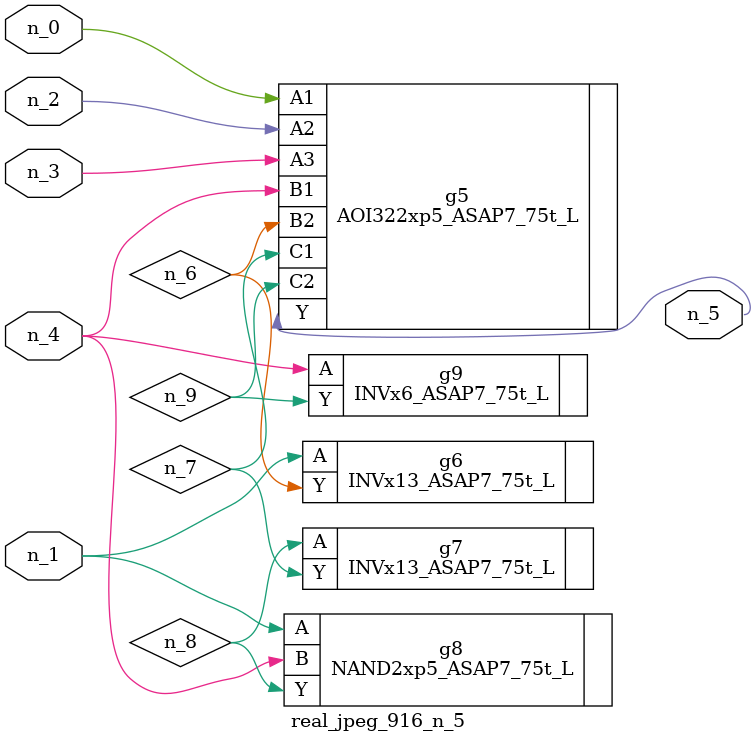
<source format=v>
module real_jpeg_916_n_5 (n_4, n_0, n_1, n_2, n_3, n_5);

input n_4;
input n_0;
input n_1;
input n_2;
input n_3;

output n_5;

wire n_8;
wire n_6;
wire n_7;
wire n_9;

AOI322xp5_ASAP7_75t_L g5 ( 
.A1(n_0),
.A2(n_2),
.A3(n_3),
.B1(n_4),
.B2(n_6),
.C1(n_7),
.C2(n_9),
.Y(n_5)
);

INVx13_ASAP7_75t_L g6 ( 
.A(n_1),
.Y(n_6)
);

NAND2xp5_ASAP7_75t_L g8 ( 
.A(n_1),
.B(n_4),
.Y(n_8)
);

INVx6_ASAP7_75t_L g9 ( 
.A(n_4),
.Y(n_9)
);

INVx13_ASAP7_75t_L g7 ( 
.A(n_8),
.Y(n_7)
);


endmodule
</source>
